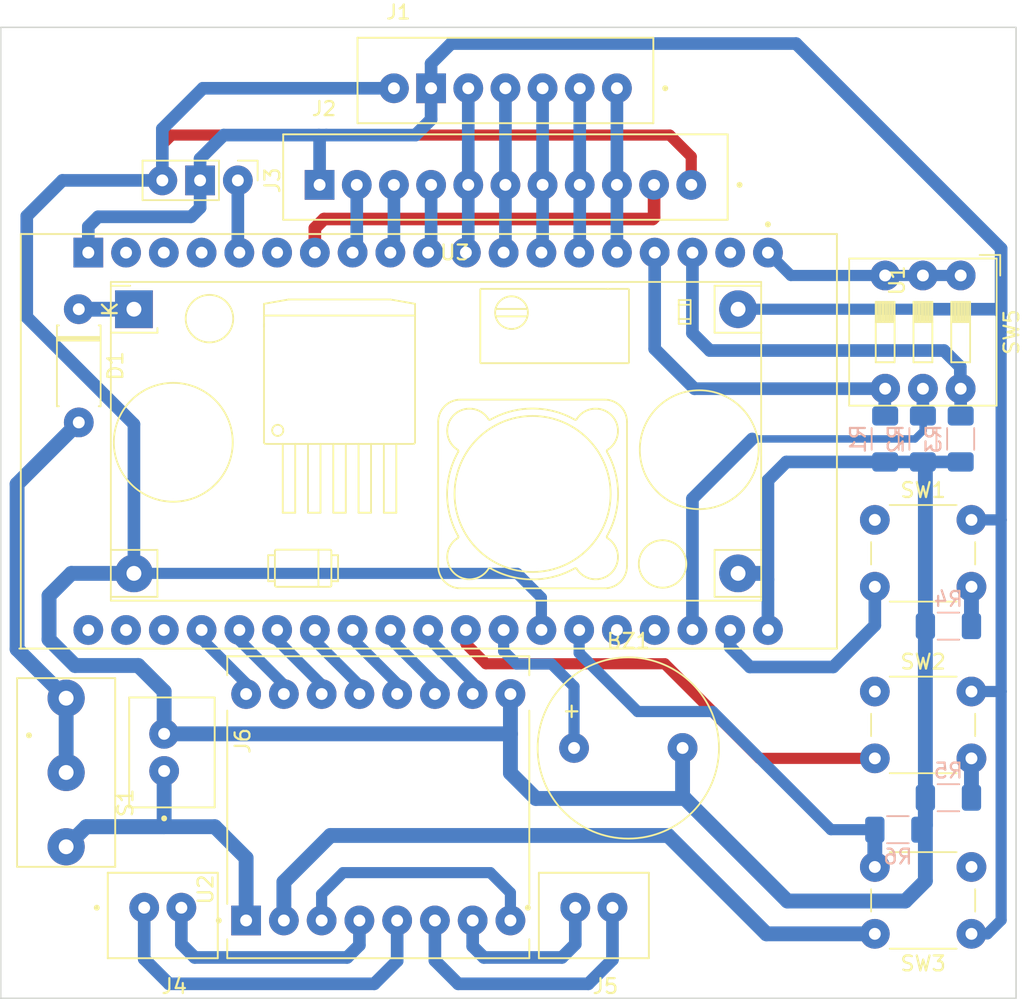
<source format=kicad_pcb>
(kicad_pcb (version 20240108) (generator "pcbnew") (generator_version "8.0")
  (layers (0 "F.Cu" signal) (31 "B.Cu" signal) (34 "B.Paste" user) (35 "F.Paste" user) (36 "B.SilkS" user "B.Silkscreen") (37 "F.SilkS" user "F.Silkscreen") (38 "B.Mask" user) (39 "F.Mask" user) (44 "Edge.Cuts" user))
  (net 0 "")
  (net 1 "Net-(U2-A02)")
  (net 2 "Net-(U2-A01)")
  (net 3 "Net-(U2-B02)")
  (net 4 "Net-(U2-B01)")
  (net 5 "GND")
  (net 6 "+5V")
  (net 7 "+3.3V")
  (net 9 "/1")
  (net 10 "/2")
  (net 11 "/3")
  (net 12 "/4")
  (net 13 "/5")
  (net 14 "/6")
  (net 15 "/7")
  (net 16 "/8")
  (net 17 "/IR")
  (net 18 "/Servo")
  (net 22 "/SW1")
  (net 23 "/SW2")
  (net 26 "/B")
  (net 27 "/B2")
  (net 28 "/B1")
  (net 29 "/STBY")
  (net 30 "/A1")
  (net 31 "/A2")
  (net 32 "/A")
  (net 36 "/SW3")
  (net 37 "/But1")
  (net 38 "/But2")
  (net 39 "/But3")
  (net 40 "Net-(D1-K)")
  (net 41 "VCC")
  (net 42 "/Buzz")
  (net 43 "Net-(D1-A)")
  (net 44 "/TTP223")
  (footprint "Connector_PinHeader_2.54mm:PinHeader_1x03_P2.54mm_Vertical" (layer "F.Cu") (at 125.7834 78.8667 -90)
    (property "Reference" "J3" (at 0 -2.33 90) (layer "F.SilkS"))
    (property "Value" "Conn_01x03_Pin" (hide yes))
    (pad "1" thru_hole circle (at 0 0 270) (size 2 2) (drill 0.8) (layers "*.Cu" "*.Mask") (net 18 "/Servo"))
    (pad "2" thru_hole rect (at 0 2.54 270) (size 2 2) (drill 0.8) (layers "*.Cu" "*.Mask") (net 6 "+5V"))
    (pad "3" thru_hole circle (at 0 5.08 270) (size 2 2) (drill 0.8) (layers "*.Cu" "*.Mask") (net 5 "GND"))
  )
  (footprint "Button_Switch_THT:SW_PUSH_6mm_H4.3mm" (layer "F.Cu") (at 168.6334 101.7167)
    (property "Reference" "SW1" (at 3.25 -2 0) (layer "F.SilkS"))
    (property "Value" "SW_Push")
    (pad "1" thru_hole circle (at 0 0) (size 2 2) (drill 0.8) (layers "*.Cu" "*.Mask") (net 6 "+5V"))
    (pad "1" thru_hole circle (at 6.5 0) (size 2 2) (drill 0.8) (layers "*.Cu" "*.Mask") (net 6 "+5V"))
    (pad "2" thru_hole circle (at 0 4.5) (size 2 2) (drill 0.8) (layers "*.Cu" "*.Mask") (net 37 "/But1"))
    (pad "2" thru_hole circle (at 6.5 4.5) (size 2 2) (drill 0.8) (layers "*.Cu" "*.Mask") (net 37 "/But1"))
  )
  (footprint "Footprints:YAAJ_DCDC_StepDown_LM2596" (layer "F.Cu") (at 118.7934 87.5367)
    (property "Reference" "U3" (at 21.59 -3.81 0) (layer "F.SilkS"))
    (property "Value" "Module_LM2596")
    (pad "1" thru_hole rect (at 0 0) (size 2.54 2.54) (drill 1) (layers "*.Cu" "*.Mask") (net 40 "Net-(D1-K)"))
    (pad "2" thru_hole circle (at 0 17.78) (size 2.54 2.54) (drill 1) (layers "*.Cu" "*.Mask") (net 5 "GND"))
    (pad "3" thru_hole circle (at 40.64 17.78) (size 2.54 2.54) (drill 1) (layers "*.Cu" "*.Mask") (net 5 "GND"))
    (pad "4" thru_hole circle (at 40.64 0) (size 2.54 2.54) (drill 1) (layers "*.Cu" "*.Mask") (net 6 "+5V"))
  )
  (footprint "Button_Switch_THT:SW_PUSH_6mm_H4.3mm" (layer "F.Cu") (at 175.1334 129.5767 180)
    (property "Reference" "SW3" (at 3.25 -2 0) (layer "F.SilkS"))
    (property "Value" "SW_Push")
    (pad "1" thru_hole circle (at 0 0 180) (size 2 2) (drill 0.8) (layers "*.Cu" "*.Mask") (net 6 "+5V"))
    (pad "1" thru_hole circle (at 6.5 0 180) (size 2 2) (drill 0.8) (layers "*.Cu" "*.Mask") (net 6 "+5V"))
    (pad "2" thru_hole circle (at 0 4.5 180) (size 2 2) (drill 0.8) (layers "*.Cu" "*.Mask") (net 39 "/But3"))
    (pad "2" thru_hole circle (at 6.5 4.5 180) (size 2 2) (drill 0.8) (layers "*.Cu" "*.Mask") (net 39 "/But3"))
  )
  (footprint "2xh:JST_B2B-XH-A_LF__SN_" (layer "F.Cu") (at 121.35 117.3667 -90)
    (property "Reference" "J6" (at -0.775 -4.76 90) (layer "F.SilkS"))
    (property "Value" "connector")
    (pad "1" thru_hole circle (at 1.25 0.525 270) (size 2 2) (drill 0.8) (layers "*.Cu" "*.Mask") (net 41 "VCC"))
    (pad "2" thru_hole circle (at -1.25 0.525 270) (size 2 2) (drill 0.8) (layers "*.Cu" "*.Mask") (net 5 "GND"))
  )
  (footprint "2xh:JST_B2B-XH-A_LF__SN_" (layer "F.Cu") (at 149.7334 128.3417 180)
    (property "Reference" "J5" (at -0.775 -4.76 0) (layer "F.SilkS"))
    (property "Value" "B2B-XH-A_LF__SN_" (hide yes))
    (pad "1" thru_hole circle (at 1.25 0.525 180) (size 2 2) (drill 0.8) (layers "*.Cu" "*.Mask") (net 4 "Net-(U2-B01)"))
    (pad "2" thru_hole circle (at -1.25 0.525 180) (size 2 2) (drill 0.8) (layers "*.Cu" "*.Mask") (net 3 "Net-(U2-B02)"))
  )
  (footprint "Button_Switch_THT:SW_PUSH_6mm_H4.3mm" (layer "F.Cu") (at 168.6334 113.2667)
    (property "Reference" "SW2" (at 3.25 -2 0) (layer "F.SilkS"))
    (property "Value" "SW_Push")
    (pad "1" thru_hole circle (at 0 0) (size 2 2) (drill 0.8) (layers "*.Cu" "*.Mask") (net 6 "+5V"))
    (pad "1" thru_hole circle (at 6.5 0) (size 2 2) (drill 0.8) (layers "*.Cu" "*.Mask") (net 6 "+5V"))
    (pad "2" thru_hole circle (at 0 4.5) (size 2 2) (drill 0.8) (layers "*.Cu" "*.Mask") (net 38 "/But2"))
    (pad "2" thru_hole circle (at 6.5 4.5) (size 2 2) (drill 0.8) (layers "*.Cu" "*.Mask") (net 38 "/But2"))
  )
  (footprint "7xh:JST_B7B-XH-A_LF__SN_" (layer "F.Cu") (at 143.7834 72.1417)
    (property "Reference" "J1" (at -7.2 -4.6 0) (layer "F.SilkS") (effects (font (size 0.944882 0.944882))))
    (property "Value" "~")
    (pad "1" thru_hole circle (at 7.5 0.525) (size 2 2) (drill 0.8) (layers "*.Cu" "*.Mask") (net 9 "/1"))
    (pad "2" thru_hole circle (at 5 0.525) (size 2 2) (drill 0.8) (layers "*.Cu" "*.Mask") (net 10 "/2"))
    (pad "3" thru_hole circle (at 2.5 0.525) (size 2 2) (drill 0.8) (layers "*.Cu" "*.Mask") (net 11 "/3"))
    (pad "4" thru_hole circle (at 0 0.525) (size 2 2) (drill 0.8) (layers "*.Cu" "*.Mask") (net 12 "/4"))
    (pad "5" thru_hole circle (at -2.5 0.525) (size 2 2) (drill 0.8) (layers "*.Cu" "*.Mask") (net 13 "/5"))
    (pad "6" thru_hole rect (at -5 0.525) (size 2 2) (drill 0.8) (layers "*.Cu" "*.Mask") (net 6 "+5V"))
    (pad "7" thru_hole circle (at -7.5 0.525) (size 2 2) (drill 0.8) (layers "*.Cu" "*.Mask") (net 5 "GND"))
  )
  (footprint "Diode_THT:D_DO-41_SOD81_P7.62mm_Horizontal" (layer "F.Cu") (at 115.0834 87.5367 -90)
    (property "Reference" "D1" (at 3.81 -2.47 90) (layer "F.SilkS"))
    (property "Value" "1N4007")
    (fp_text user "K" (at 0 -2.1 90) (layer "F.SilkS"))
    (pad "1" thru_hole circle (at 0 0 270) (size 2 2) (drill 0.8) (layers "*.Cu" "*.Mask") (net 40 "Net-(D1-K)"))
    (pad "2" thru_hole circle (at 7.62 0 270) (size 2 2) (drill 0.8) (layers "*.Cu" "*.Mask") (net 43 "Net-(D1-A)"))
  )
  (footprint "11xh:JST_B11B-XH-A_LF__SN_" (layer "F.Cu") (at 143.7834 78.6417)
    (property "Reference" "J2" (at -12.2 -4.6 0) (layer "F.SilkS") (effects (font (size 0.944882 0.944882))))
    (property "Value" "B11B-XH-A_LF__SN_")
    (pad "1" thru_hole circle (at 12.5 0.525) (size 2 2) (drill 0.8) (layers "*.Cu" "*.Mask") (net 5 "GND"))
    (pad "2" thru_hole circle (at 10 0.525) (size 2 2) (drill 0.8) (layers "*.Cu" "*.Mask") (net 17 "/IR"))
    (pad "3" thru_hole circle (at 7.5 0.525) (size 2 2) (drill 0.8) (layers "*.Cu" "*.Mask") (net 9 "/1"))
    (pad "4" thru_hole circle (at 5 0.525) (size 2 2) (drill 0.8) (layers "*.Cu" "*.Mask") (net 10 "/2"))
    (pad "5" thru_hole circle (at 2.5 0.525) (size 2 2) (drill 0.8) (layers "*.Cu" "*.Mask") (net 11 "/3"))
    (pad "6" thru_hole circle (at 0 0.525) (size 2 2) (drill 0.8) (layers "*.Cu" "*.Mask") (net 12 "/4"))
    (pad "7" thru_hole circle (at -2.5 0.525) (size 2 2) (drill 0.8) (layers "*.Cu" "*.Mask") (net 13 "/5"))
    (pad "8" thru_hole circle (at -5 0.525) (size 2 2) (drill 0.8) (layers "*.Cu" "*.Mask") (net 14 "/6"))
    (pad "9" thru_hole circle (at -7.5 0.525) (size 2 2) (drill 0.8) (layers "*.Cu" "*.Mask") (net 15 "/7"))
    (pad "10" thru_hole circle (at -10 0.525) (size 2 2) (drill 0.8) (layers "*.Cu" "*.Mask") (net 16 "/8"))
    (pad "11" thru_hole rect (at -12.5 0.525) (size 2 2) (drill 0.8) (layers "*.Cu" "*.Mask") (net 6 "+5V"))
  )
  (footprint "2xh:JST_B2B-XH-A_LF__SN_" (layer "F.Cu") (at 120.7334 128.3417 180)
    (property "Reference" "J4" (at -0.775 -4.76 0) (layer "F.SilkS"))
    (property "Value" "B2B-XH-A_LF__SN_" (hide yes))
    (pad "1" thru_hole circle (at 1.25 0.525 180) (size 2 2) (drill 0.8) (layers "*.Cu" "*.Mask") (net 1 "Net-(U2-A02)"))
    (pad "2" thru_hole circle (at -1.25 0.525 180) (size 2 2) (drill 0.8) (layers "*.Cu" "*.Mask") (net 2 "Net-(U2-A01)"))
  )
  (footprint "TB6612:MODULE_ROB-14450" (layer "F.Cu") (at 135.23 121.0567 90)
    (property "Reference" "U2" (at -5.5332 -11.6132 90) (layer "F.SilkS"))
    (property "Value" "TB6612" (hide yes))
    (pad "1" thru_hole rect (at -7.62 -8.89 90) (size 2 2) (drill 0.8) (layers "*.Cu" "*.Mask") (net 41 "VCC"))
    (pad "2" thru_hole circle (at -7.62 -6.35 90) (size 2 2) (drill 0.8) (layers "*.Cu" "*.Mask") (net 6 "+5V"))
    (pad "3" thru_hole circle (at -7.62 -3.81 90) (size 2 2) (drill 0.8) (layers "*.Cu" "*.Mask") (net 5 "GND"))
    (pad "4" thru_hole circle (at -7.62 -1.27 90) (size 2 2) (drill 0.8) (layers "*.Cu" "*.Mask") (net 2 "Net-(U2-A01)"))
    (pad "5" thru_hole circle (at -7.62 1.27 90) (size 2 2) (drill 0.8) (layers "*.Cu" "*.Mask") (net 1 "Net-(U2-A02)"))
    (pad "6" thru_hole circle (at -7.62 3.81 90) (size 2 2) (drill 0.8) (layers "*.Cu" "*.Mask") (net 3 "Net-(U2-B02)"))
    (pad "7" thru_hole circle (at -7.62 6.35 90) (size 2 2) (drill 0.8) (layers "*.Cu" "*.Mask") (net 4 "Net-(U2-B01)"))
    (pad "8" thru_hole circle (at -7.62 8.89 90) (size 2 2) (drill 0.8) (layers "*.Cu" "*.Mask") (net 5 "GND"))
    (pad "9" thru_hole circle (at 7.62 8.89 90) (size 2 2) (drill 0.8) (layers "*.Cu" "*.Mask") (net 5 "GND"))
    (pad "10" thru_hole circle (at 7.62 6.35 90) (size 2 2) (drill 0.8) (layers "*.Cu" "*.Mask") (net 26 "/B"))
    (pad "11" thru_hole circle (at 7.62 3.81 90) (size 2 2) (drill 0.8) (layers "*.Cu" "*.Mask") (net 27 "/B2"))
    (pad "12" thru_hole circle (at 7.62 1.27 90) (size 2 2) (drill 0.8) (layers "*.Cu" "*.Mask") (net 28 "/B1"))
    (pad "13" thru_hole circle (at 7.62 -1.27 90) (size 2 2) (drill 0.8) (layers "*.Cu" "*.Mask") (net 29 "/STBY"))
    (pad "14" thru_hole circle (at 7.62 -3.81 90) (size 2 2) (drill 0.8) (layers "*.Cu" "*.Mask") (net 30 "/A1"))
    (pad "15" thru_hole circle (at 7.62 -6.35 90) (size 2 2) (drill 0.8) (layers "*.Cu" "*.Mask") (net 31 "/A2"))
    (pad "16" thru_hole circle (at 7.62 -8.89 90) (size 2 2) (drill 0.8) (layers "*.Cu" "*.Mask") (net 32 "/A"))
  )
  (footprint "ESP32-DEVKITC-32D:MODULE_ESP32-DEVKITC-32D" (layer "F.Cu") (at 141.6834 96.4267 -90)
    (property "Reference" "U1" (at -10.829175 -28.446045 90) (layer "F.SilkS") (effects (font (size 1.000386 1.000386))))
    (property "Value" "ESP32-DEVKITC-32D" (hide yes))
    (pad "J2-1" thru_hole circle (at -12.7 -19.76 270) (size 2 2) (drill 0.8) (layers "*.Cu" "*.Mask") (net 7 "+3.3V"))
    (pad "J2-2" thru_hole circle (at -12.7 -17.22 270) (size 2 2) (drill 0.8) (layers "*.Cu" "*.Mask"))
    (pad "J2-3" thru_hole circle (at -12.7 -14.68 270) (size 2 2) (drill 0.8) (layers "*.Cu" "*.Mask") (net 36 "/SW3"))
    (pad "J2-4" thru_hole circle (at -12.7 -12.14 270) (size 2 2) (drill 0.8) (layers "*.Cu" "*.Mask") (net 22 "/SW1"))
    (pad "J2-5" thru_hole circle (at -12.7 -9.6 270) (size 2 2) (drill 0.8) (layers "*.Cu" "*.Mask") (net 9 "/1"))
    (pad "J2-6" thru_hole circle (at -12.7 -7.06 270) (size 2 2) (drill 0.8) (layers "*.Cu" "*.Mask") (net 10 "/2"))
    (pad "J2-7" thru_hole circle (at -12.7 -4.52 270) (size 2 2) (drill 0.8) (layers "*.Cu" "*.Mask") (net 11 "/3"))
    (pad "J2-8" thru_hole circle (at -12.7 -1.98 270) (size 2 2) (drill 0.8) (layers "*.Cu" "*.Mask") (net 12 "/4"))
    (pad "J2-9" thru_hole circle (at -12.7 0.56 270) (size 2 2) (drill 0.8) (layers "*.Cu" "*.Mask") (net 13 "/5"))
    (pad "J2-10" thru_hole circle (at -12.7 3.1 270) (size 2 2) (drill 0.8) (layers "*.Cu" "*.Mask") (net 14 "/6"))
    (pad "J2-11" thru_hole circle (at -12.7 5.64 270) (size 2 2) (drill 0.8) (layers "*.Cu" "*.Mask") (net 15 "/7"))
    (pad "J2-12" thru_hole circle (at -12.7 8.18 270) (size 2 2) (drill 0.8) (layers "*.Cu" "*.Mask") (net 16 "/8"))
    (pad "J2-13" thru_hole circle (at -12.7 10.72 270) (size 2 2) (drill 0.8) (layers "*.Cu" "*.Mask") (net 17 "/IR"))
    (pad "J2-14" thru_hole circle (at -12.7 13.26 270) (size 2 2) (drill 0.8) (layers "*.Cu" "*.Mask") (net 5 "GND"))
    (pad "J2-15" thru_hole circle (at -12.7 15.8 270) (size 2 2) (drill 0.8) (layers "*.Cu" "*.Mask") (net 44 "/TTP223"))
    (pad "J2-16" thru_hole circle (at -12.7 18.34 270) (size 2 2) (drill 0.8) (layers "*.Cu" "*.Mask"))
    (pad "J2-17" thru_hole circle (at -12.7 20.88 270) (size 2 2) (drill 0.8) (layers "*.Cu" "*.Mask"))
    (pad "J2-18" thru_hole circle (at -12.7 23.42 270) (size 2 2) (drill 0.8) (layers "*.Cu" "*.Mask"))
    (pad "J2-19" thru_hole rect (at -12.7 25.96 270) (size 2 2) (drill 0.8) (layers "*.Cu" "*.Mask") (net 6 "+5V"))
    (pad "J3-1" thru_hole circle (at 12.7 -19.76 270) (size 2 2) (drill 0.8) (layers "*.Cu" "*.Mask") (net 5 "GND"))
    (pad "J3-2" thru_hole circle (at 12.7 -17.22 270) (size 2 2) (drill 0.8) (layers "*.Cu" "*.Mask") (net 37 "/But1"))
    (pad "J3-3" thru_hole circle (at 12.7 -14.68 270) (size 2 2) (drill 0.8) (layers "*.Cu" "*.Mask") (net 23 "/SW2"))
    (pad "J3-4" thru_hole circle (at 12.7 -12.14 270) (size 2 2) (drill 0.8) (layers "*.Cu" "*.Mask"))
    (pad "J3-5" thru_hole circle (at 12.7 -9.6 270) (size 2 2) (drill 0.8) (layers "*.Cu" "*.Mask"))
    (pad "J3-6" thru_hole circle (at 12.7 -7.06 270) (size 2 2) (drill 0.8) (layers "*.Cu" "*.Mask") (net 39 "/But3"))
    (pad "J3-7" thru_hole circle (at 12.7 -4.52 270) (size 2 2) (drill 0.8) (layers "*.Cu" "*.Mask") (net 5 "GND"))
    (pad "J3-8" thru_hole circle (at 12.7 -1.98 270) (size 2 2) (drill 0.8) (layers "*.Cu" "*.Mask") (net 42 "/Buzz"))
    (pad "J3-9" thru_hole circle (at 12.7 0.56 270) (size 2 2) (drill 0.8) (layers "*.Cu" "*.Mask") (net 38 "/But2"))
    (pad "J3-10" thru_hole circle (at 12.7 3.1 270) (size 2 2) (drill 0.8) (layers "*.Cu" "*.Mask") (net 26 "/B"))
    (pad "J3-11" thru_hole circle (at 12.7 5.64 270) (size 2 2) (drill 0.8) (layers "*.Cu" "*.Mask") (net 27 "/B2"))
    (pad "J3-12" thru_hole circle (at 12.7 8.18 270) (size 2 2) (drill 0.8) (layers "*.Cu" "*.Mask") (net 28 "/B1"))
    (pad "J3-13" thru_hole circle (at 12.7 10.72 270) (size 2 2) (drill 0.8) (layers "*.Cu" "*.Mask") (net 29 "/STBY"))
    (pad "J3-14" thru_hole circle (at 12.7 13.26 270) (size 2 2) (drill 0.8) (layers "*.Cu" "*.Mask") (net 30 "/A1"))
    (pad "J3-15" thru_hole circle (at 12.7 15.8 270) (size 2 2) (drill 0.8) (layers "*.Cu" "*.Mask") (net 31 "/A2"))
    (pad "J3-16" thru_hole circle (at 12.7 18.34 270) (size 2 2) (drill 0.8) (layers "*.Cu" "*.Mask") (net 32 "/A"))
    (pad "J3-17" thru_hole circle (at 12.7 20.88 270) (size 2 2) (drill 0.8) (layers "*.Cu" "*.Mask"))
    (pad "J3-18" thru_hole circle (at 12.7 23.42 270) (size 2 2) (drill 0.8) (layers "*.Cu" "*.Mask"))
    (pad "J3-19" thru_hole circle (at 12.7 25.96 270) (size 2 2) (drill 0.8) (layers "*.Cu" "*.Mask"))
  )
  (footprint "Buzzer_Beeper:Buzzer_12x9.5RM7.6" (layer "F.Cu") (at 148.25 117.0667)
    (property "Reference" "BZ1" (at 3.8 -7.2 0) (layer "F.SilkS"))
    (property "Value" "Buzzer")
    (fp_text user "+" (at -0.01 -2.54 0) (layer "F.SilkS"))
    (pad "1" thru_hole circle (at 0.15 0) (size 2 2) (drill 0.8) (layers "*.Cu" "*.Mask") (net 42 "/Buzz"))
    (pad "2" thru_hole circle (at 7.45 0) (size 2 2) (drill 0.8) (layers "*.Cu" "*.Mask") (net 5 "GND"))
  )
  (footprint "eg1218:SW_EG1218" (layer "F.Cu") (at 114.2334 118.7167 -90)
    (property "Reference" "S1" (at 2.05 -4 90) (layer "F.SilkS"))
    (property "Value" "công tắc")
    (pad "1" thru_hole circle (at -5 0 270) (size 2.5 2.5) (drill 1) (layers "*.Cu" "*.Mask") (net 43 "Net-(D1-A)"))
    (pad "2" thru_hole circle (at 0 0 270) (size 2.5 2.5) (drill 1) (layers "*.Cu" "*.Mask") (net 43 "Net-(D1-A)"))
    (pad "3" thru_hole circle (at 5 0 270) (size 2.5 2.5) (drill 1) (layers "*.Cu" "*.Mask") (net 41 "VCC"))
  )
  (footprint "Button_Switch_THT:SW_DIP_SPSTx03_Slide_9.78x9.8mm_W7.62mm_P2.54mm" (layer "F.Cu") (at 174.4084 85.2667 -90)
    (property "Reference" "SW5" (at 3.81 -3.42 90) (layer "F.SilkS"))
    (property "Value" "SW_DIP_x03")
    (pad "1" thru_hole circle (at 0 0 270) (size 2 2) (drill 0.8) (layers "*.Cu" "*.Mask") (net 7 "+3.3V"))
    (pad "2" thru_hole circle (at 0 2.54 270) (size 2 2) (drill 0.8) (layers "*.Cu" "*.Mask") (net 7 "+3.3V"))
    (pad "3" thru_hole circle (at 0 5.08 270) (size 2 2) (drill 0.8) (layers "*.Cu" "*.Mask") (net 7 "+3.3V"))
    (pad "4" thru_hole circle (at 7.62 5.08 270) (size 2 2) (drill 0.8) (layers "*.Cu" "*.Mask") (net 22 "/SW1"))
    (pad "5" thru_hole circle (at 7.62 2.54 270) (size 2 2) (drill 0.8) (layers "*.Cu" "*.Mask") (net 23 "/SW2"))
    (pad "6" thru_hole circle (at 7.62 0 270) (size 2 2) (drill 0.8) (layers "*.Cu" "*.Mask") (net 36 "/SW3"))
  )
  (footprint "Resistor_SMD:R_1206_3216Metric_Pad1.30x1.75mm_HandSolder" (layer "B.Cu") (at 174.4084 96.2667 -90)
    (property "Reference" "R3" (at 0 1.82 90) (layer "B.SilkS") (effects (justify mirror)))
    (property "Value" "R")
    (pad "1" smd roundrect (at -1.55 0 270) (size 1.3 1.75) (layers "B.Cu" "B.Paste" "B.Mask") (roundrect_rratio 0.192308) (net 36 "/SW3"))
    (pad "2" smd roundrect (at 1.55 0 270) (size 1.3 1.75) (layers "B.Cu" "B.Paste" "B.Mask") (roundrect_rratio 0.192308) (net 5 "GND"))
  )
  (footprint "Resistor_SMD:R_1206_3216Metric_Pad1.30x1.75mm_HandSolder" (layer "B.Cu") (at 170.1834 122.5667)
    (property "Reference" "R6" (at 0 1.82 0) (layer "B.SilkS") (effects (justify mirror)))
    (property "Value" "R")
    (pad "1" smd roundrect (at -1.55 0) (size 1.3 1.75) (layers "B.Cu" "B.Paste" "B.Mask") (roundrect_rratio 0.192308) (net 39 "/But3"))
    (pad "2" smd roundrect (at 1.55 0) (size 1.3 1.75) (layers "B.Cu" "B.Paste" "B.Mask") (roundrect_rratio 0.192308) (net 5 "GND"))
  )
  (footprint "Resistor_SMD:R_1206_3216Metric_Pad1.30x1.75mm_HandSolder" (layer "B.Cu") (at 173.5834 120.4167 180)
    (property "Reference" "R5" (at 0 1.82 0) (layer "B.SilkS") (effects (justify mirror)))
    (property "Value" "R")
    (pad "1" smd roundrect (at -1.55 0 180) (size 1.3 1.75) (layers "B.Cu" "B.Paste" "B.Mask") (roundrect_rratio 0.192308) (net 38 "/But2"))
    (pad "2" smd roundrect (at 1.55 0 180) (size 1.3 1.75) (layers "B.Cu" "B.Paste" "B.Mask") (roundrect_rratio 0.192308) (net 5 "GND"))
  )
  (footprint "Resistor_SMD:R_1206_3216Metric_Pad1.30x1.75mm_HandSolder" (layer "B.Cu") (at 169.3284 96.2667 -90)
    (property "Reference" "R1" (at 0 1.82 90) (layer "B.SilkS") (effects (justify mirror)))
    (property "Value" "R")
    (pad "1" smd roundrect (at -1.55 0 270) (size 1.3 1.75) (layers "B.Cu" "B.Paste" "B.Mask") (roundrect_rratio 0.192308) (net 22 "/SW1"))
    (pad "2" smd roundrect (at 1.55 0 270) (size 1.3 1.75) (layers "B.Cu" "B.Paste" "B.Mask") (roundrect_rratio 0.192308) (net 5 "GND"))
  )
  (footprint "Resistor_SMD:R_1206_3216Metric_Pad1.30x1.75mm_HandSolder" (layer "B.Cu") (at 173.5834 108.8667 180)
    (property "Reference" "R4" (at 0 1.82 0) (layer "B.SilkS") (effects (justify mirror)))
    (property "Value" "R")
    (pad "1" smd roundrect (at -1.55 0 180) (size 1.3 1.75) (layers "B.Cu" "B.Paste" "B.Mask") (roundrect_rratio 0.192308) (net 37 "/But1"))
    (pad "2" smd roundrect (at 1.55 0 180) (size 1.3 1.75) (layers "B.Cu" "B.Paste" "B.Mask") (roundrect_rratio 0.192308) (net 5 "GND"))
  )
  (footprint "Resistor_SMD:R_1206_3216Metric_Pad1.30x1.75mm_HandSolder" (layer "B.Cu") (at 171.8684 96.2667 -90)
    (property "Reference" "R2" (at 0 1.82 90) (layer "B.SilkS") (effects (justify mirror)))
    (property "Value" "R")
    (pad "1" smd roundrect (at -1.55 0 270) (size 1.3 1.75) (layers "B.Cu" "B.Paste" "B.Mask") (roundrect_rratio 0.192308) (net 23 "/SW2"))
    (pad "2" smd roundrect (at 1.55 0 270) (size 1.3 1.75) (layers "B.Cu" "B.Paste" "B.Mask") (roundrect_rratio 0.192308) (net 5 "GND"))
  )
  (gr_rect (start 109.8334 68.5667) (end 178.1334 133.9167) (stroke (width 0.1)) (fill none) (layer "Edge.Cuts"))
  (segment (start 121.1584 132.9417) (end 119.4834 131.2667) (width 0.85) (layer "B.Cu") (net 1))
  (segment (start 119.4834 131.2667) (end 119.4834 127.8167) (width 0.85) (layer "B.Cu") (net 1))
  (segment (start 134.9584 132.9417) (end 121.1584 132.9417) (width 0.85) (layer "B.Cu") (net 1))
  (segment (start 136.5 131.4001) (end 134.9584 132.9417) (width 0.85) (layer "B.Cu") (net 1))
  (segment (start 136.5 128.6767) (end 136.5 131.4001) (width 0.85) (layer "B.Cu") (net 1))
  (segment (start 133.96 128.6767) (end 133.96 130.3401) (width 0.85) (layer "B.Cu") (net 2))
  (segment (start 133.96 130.3401) (end 133.1334 131.1667) (width 0.85) (layer "B.Cu") (net 2))
  (segment (start 133.1334 131.1667) (end 122.8834 131.1667) (width 0.85) (layer "B.Cu") (net 2))
  (segment (start 121.9834 130.2667) (end 121.9834 127.8167) (width 0.85) (layer "B.Cu") (net 2))
  (segment (start 122.8834 131.1667) (end 121.9834 130.2667) (width 0.85) (layer "B.Cu") (net 2))
  (segment (start 139.04 131.3733) (end 140.6084 132.9417) (width 0.85) (layer "B.Cu") (net 3))
  (segment (start 150.9834 131.3167) (end 150.9834 127.8167) (width 0.85) (layer "B.Cu") (net 3))
  (segment (start 149.3584 132.9417) (end 150.9834 131.3167) (width 0.85) (layer "B.Cu") (net 3))
  (segment (start 140.6084 132.9417) (end 149.3584 132.9417) (width 0.85) (layer "B.Cu") (net 3))
  (segment (start 139.04 128.6767) (end 139.04 131.3733) (width 0.85) (layer "B.Cu") (net 3))
  (segment (start 142.3334 131.1667) (end 147.5834 131.1667) (width 0.85) (layer "B.Cu") (net 4))
  (segment (start 141.58 128.6767) (end 141.58 130.4133) (width 0.85) (layer "B.Cu") (net 4))
  (segment (start 147.5834 131.1667) (end 148.4834 130.2667) (width 0.85) (layer "B.Cu") (net 4))
  (segment (start 141.58 130.4133) (end 142.3334 131.1667) (width 0.85) (layer "B.Cu") (net 4))
  (segment (start 148.4834 130.2667) (end 148.4834 127.8167) (width 0.85) (layer "B.Cu") (net 4))
  (segment (start 156.2834 77.2667) (end 154.8334 75.8167) (width 0.75) (layer "F.Cu") (net 5))
  (segment (start 154.8334 75.8167) (end 121.3334 75.8167) (width 0.75) (layer "F.Cu") (net 5))
  (segment (start 156.2834 79.1667) (end 156.2834 77.2667) (width 0.75) (layer "F.Cu") (net 5))
  (segment (start 120.7034 76.4467) (end 120.7034 78.8667) (width 0.75) (layer "F.Cu") (net 5))
  (segment (start 121.3334 75.8167) (end 120.7034 76.4467) (width 0.75) (layer "F.Cu") (net 5))
  (segment (start 162.6834 97.8167) (end 161.4434 99.0567) (width 0.85) (layer "B.Cu") (net 5))
  (segment (start 155.7 117.0667) (end 155.7 120.3167) (width 1) (layer "B.Cu") (net 5))
  (segment (start 120.7034 78.8667) (end 120.7034 75.3967) (width 0.85) (layer "B.Cu") (net 5))
  (segment (start 144.12 118.7533) (end 144.12 116.1167) (width 1) (layer "B.Cu") (net 5))
  (segment (start 144.12 126.8133) (end 144.12 128.6767) (width 0.75) (layer "B.Cu") (net 5))
  (segment (start 120.825 113.2583) (end 119.0834 111.5167) (width 1) (layer "B.Cu") (net 5))
  (segment (start 111.5834 81.2667) (end 111.5834 88.0667) (width 0.85) (layer "B.Cu") (net 5))
  (segment (start 144.12 116.1167) (end 144.12 113.4367) (width 1) (layer "B.Cu") (net 5))
  (segment (start 120.825 116.1167) (end 120.825 113.2583) (width 1) (layer "B.Cu") (net 5))
  (segment (start 159.4334 105.3167) (end 161.3034 105.3167) (width 1) (layer "B.Cu") (net 5))
  (segment (start 161.3034 105.3167) (end 161.3134 105.3067) (width 1) (layer "B.Cu") (net 5))
  (segment (start 169.3284 97.9667) (end 169.4784 97.8167) (width 0.85) (layer "B.Cu") (net 5))
  (segment (start 162.75 127.3667) (end 170.6834 127.3667) (width 1) (layer "B.Cu") (net 5))
  (segment (start 155.85 120.4667) (end 145.8334 120.4667) (width 1) (layer "B.Cu") (net 5))
  (segment (start 169.4784 97.8167) (end 174.4084 97.8167) (width 0.85) (layer "B.Cu") (net 5))
  (segment (start 155.7 120.3167) (end 155.85 120.4667) (width 1) (layer "B.Cu") (net 5))
  (segment (start 146.2034 106.9467) (end 144.5734 105.3167) (width 0.75) (layer "B.Cu") (net 5))
  (segment (start 119.0834 111.5167) (end 114.8334 111.5167) (width 1) (layer "B.Cu") (net 5))
  (segment (start 113.0834 109.7667) (end 113.0834 106.8167) (width 1) (layer "B.Cu") (net 5))
  (segment (start 170.6834 127.3667) (end 172.0334 126.0167) (width 1) (layer "B.Cu") (net 5))
  (segment (start 120.7034 78.8667) (end 113.9834 78.8667) (width 0.85) (layer "B.Cu") (net 5))
  (segment (start 114.5834 105.3167) (end 118.7934 105.3167) (width 1) (layer "B.Cu") (net 5))
  (segment (start 172.0334 108.8667) (end 172.0334 97.9817) (width 1) (layer "B.Cu") (net 5))
  (segment (start 111.5834 88.0667) (end 118.7934 95.2767) (width 0.85) (layer "B.Cu") (net 5))
  (segment (start 144.5734 105.3167) (end 118.7934 105.3167) (width 0.75) (layer "B.Cu") (net 5))
  (segment (start 142.7634 125.4567) (end 144.12 126.8133) (width 0.75) (layer "B.Cu") (net 5))
  (segment (start 172.0334 97.9817) (end 171.8684 97.8167) (width 1) (layer "B.Cu") (net 5))
  (segment (start 132.8634 125.4567) (end 142.7634 125.4567) (width 0.75) (layer "B.Cu") (net 5))
  (segment (start 172.0334 122.2667) (end 171.7334 122.5667) (width 1) (layer "B.Cu") (net 5))
  (segment (start 120.7034 75.3967) (end 123.4334 72.6667) (width 0.85) (layer "B.Cu") (net 5))
  (segment (start 161.4434 105.7267) (end 161.4434 109.1267) (width 0.85) (layer "B.Cu") (net 5))
  (segment (start 131.42 128.6767) (end 131.42 126.9001) (width 0.75) (layer "B.Cu") (net 5))
  (segment (start 114.8334 111.5167) (end 113.0834 109.7667) (width 1) (layer "B.Cu") (net 5))
  (segment (start 113.0834 106.8167) (end 114.5834 105.3167) (width 1) (layer "B.Cu") (net 5))
  (segment (start 120.825 116.1167) (end 144.12 116.1167) (width 1) (layer "B.Cu") (net 5))
  (segment (start 155.85 120.4667) (end 162.75 127.3667) (width 1) (layer "B.Cu") (net 5))
  (segment (start 123.4334 72.6667) (end 136.2834 72.6667) (width 0.85) (layer "B.Cu") (net 5))
  (segment (start 131.42 126.9001) (end 132.8634 125.4567) (width 0.75) (layer "B.Cu") (net 5))
  (segment (start 161.4434 99.0567) (end 161.4434 105.7267) (width 0.85) (layer "B.Cu") (net 5))
  (segment (start 169.3284 97.8167) (end 162.6834 97.8167) (width 0.85) (layer "B.Cu") (net 5))
  (segment (start 172.0334 126.0167) (end 172.0334 120.4167) (width 1) (layer "B.Cu") (net 5))
  (segment (start 146.2034 109.1267) (end 146.2034 106.9467) (width 0.75) (layer "B.Cu") (net 5))
  (segment (start 172.0334 108.8667) (end 172.0334 122.2667) (width 1) (layer "B.Cu") (net 5))
  (segment (start 113.9834 78.8667) (end 111.5834 81.2667) (width 0.85) (layer "B.Cu") (net 5))
  (segment (start 145.8334 120.4667) (end 144.12 118.7533) (width 1) (layer "B.Cu") (net 5))
  (segment (start 118.7934 95.2767) (end 118.7934 105.3167) (width 0.85) (layer "B.Cu") (net 5))
  (segment (start 123.2434 80.7067) (end 123.2434 78.8667) (width 0.85) (layer "B.Cu") (net 6))
  (segment (start 132.0134 122.9567) (end 154.7234 122.9567) (width 1) (layer "B.Cu") (net 6))
  (segment (start 138.7834 71.0033) (end 138.7834 72.6667) (width 0.85) (layer "B.Cu") (net 6))
  (segment (start 177.13 87.8367) (end 177.13 83.4567) (width 0.85) (layer "B.Cu") (net 6))
  (segment (start 131.2834 79.1667) (end 131.2834 75.8667) (width 0.85) (layer "B.Cu") (net 6))
  (segment (start 176.21 129.5767) (end 175.1334 129.5767) (width 0.75) (layer "B.Cu") (net 6))
  (segment (start 177.13 101.7167) (end 175.1334 101.7167) (width 0.75) (layer "B.Cu") (net 6))
  (segment (start 161.3434 129.5767) (end 168.6334 129.5767) (width 1) (layer "B.Cu") (net 6))
  (segment (start 123.2434 78.8667) (end 123.2434 77.4067) (width 0.85) (layer "B.Cu") (net 6))
  (segment (start 140.13 69.6567) (end 138.7834 71.0033) (width 0.85) (layer "B.Cu") (net 6))
  (segment (start 163.33 69.6567) (end 140.13 69.6567) (width 0.85) (layer "B.Cu") (net 6))
  (segment (start 124.8334 75.8167) (end 131.7334 75.8167) (width 0.85) (layer "B.Cu") (net 6))
  (segment (start 123.2434 77.4067) (end 124.8334 75.8167) (width 0.85) (layer "B.Cu") (net 6))
  (segment (start 138.7834 74.7667) (end 138.7834 72.6667) (width 0.85) (layer "B.Cu") (net 6))
  (segment (start 122.6334 81.3167) (end 123.2434 80.7067) (width 0.85) (layer "B.Cu") (net 6))
  (segment (start 128.88 126.0901) (end 132.0134 122.9567) (width 1) (layer "B.Cu") (net 6))
  (segment (start 154.7234 122.9567) (end 161.3434 129.5767) (width 1) (layer "B.Cu") (net 6))
  (segment (start 131.7334 75.8167) (end 137.7334 75.8167) (width 0.85) (layer "B.Cu") (net 6))
  (segment (start 115.7234 83.7267) (end 115.7234 81.9767) (width 0.85) (layer "B.Cu") (net 6))
  (segment (start 177.13 113.2667) (end 175.1334 113.2667) (width 0.75) (layer "B.Cu") (net 6))
  (segment (start 177.13 87.8367) (end 177.13 101.7167) (width 0.75) (layer "B.Cu") (net 6))
  (segment (start 177.13 83.4567) (end 163.33 69.6567) (width 0.85) (layer "B.Cu") (net 6))
  (segment (start 115.7234 81.9767) (end 116.3834 81.3167) (width 0.85) (layer "B.Cu") (net 6))
  (segment (start 116.3834 81.3167) (end 122.6334 81.3167) (width 0.85) (layer "B.Cu") (net 6))
  (segment (start 177.13 128.6567) (end 176.21 129.5767) (width 0.75) (layer "B.Cu") (net 6))
  (segment (start 159.4334 87.5367) (end 171.917614 87.5367) (width 0.75) (layer "B.Cu") (net 6))
  (segment (start 128.88 128.6767) (end 128.88 126.0901) (width 1) (layer "B.Cu") (net 6))
  (segment (start 177.13 101.7167) (end 177.13 113.2667) (width 0.75) (layer "B.Cu") (net 6))
  (segment (start 177.13 113.2667) (end 177.13 128.6567) (width 0.75) (layer "B.Cu") (net 6))
  (segment (start 131.2834 75.8667) (end 131.2334 75.8167) (width 0.85) (layer "B.Cu") (net 6))
  (segment (start 176.83 87.5367) (end 171.917614 87.5367) (width 0.85) (layer "B.Cu") (net 6))
  (segment (start 137.7334 75.8167) (end 138.7834 74.7667) (width 0.85) (layer "B.Cu") (net 6))
  (segment (start 162.9834 85.2667) (end 161.4434 83.7267) (width 0.75) (layer "B.Cu") (net 7))
  (segment (start 169.3284 85.2667) (end 174.4084 85.2667) (width 0.75) (layer "B.Cu") (net 7))
  (segment (start 169.3284 85.2667) (end 162.9834 85.2667) (width 0.75) (layer "B.Cu") (net 7))
  (segment (start 151.2834 72.6667) (end 151.2834 79.1667) (width 0.85) (layer "B.Cu") (net 9))
  (segment (start 151.2834 79.1667) (end 151.2834 83.7267) (width 0.85) (layer "B.Cu") (net 9))
  (segment (start 148.7834 72.6667) (end 148.7834 79.1667) (width 0.85) (layer "B.Cu") (net 10))
  (segment (start 148.7834 79.1667) (end 148.7834 83.6867) (width 0.85) (layer "B.Cu") (net 10))
  (segment (start 148.7834 83.6867) (end 148.7434 83.7267) (width 0.85) (layer "B.Cu") (net 10))
  (segment (start 146.2834 72.6667) (end 146.2834 79.1667) (width 0.85) (layer "B.Cu") (net 11))
  (segment (start 146.2834 79.1667) (end 146.2834 83.6467) (width 0.85) (layer "B.Cu") (net 11))
  (segment (start 146.2834 83.6467) (end 146.2034 83.7267) (width 0.85) (layer "B.Cu") (net 11))
  (segment (start 143.7834 79.1667) (end 143.7834 83.6067) (width 0.85) (layer "B.Cu") (net 12))
  (segment (start 143.7834 83.6067) (end 143.6634 83.7267) (width 0.85) (layer "B.Cu") (net 12))
  (segment (start 143.7834 72.6667) (end 143.7834 79.1667) (width 0.85) (layer "B.Cu") (net 12))
  (segment (start 141.2834 79.1667) (end 141.2834 83.5667) (width 0.85) (layer "B.Cu") (net 13))
  (segment (start 141.2834 83.5667) (end 141.1234 83.7267) (width 0.85) (layer "B.Cu") (net 13))
  (segment (start 141.2834 72.6667) (end 141.2834 79.1667) (width 0.85) (layer "B.Cu") (net 13))
  (segment (start 138.7834 79.1667) (end 138.7834 83.5267) (width 0.85) (layer "B.Cu") (net 14))
  (segment (start 138.7834 83.5267) (end 138.5834 83.7267) (width 0.85) (layer "B.Cu") (net 14))
  (segment (start 136.2834 79.1667) (end 136.2834 83.4867) (width 0.85) (layer "B.Cu") (net 15))
  (segment (start 136.2834 83.4867) (end 136.0434 83.7267) (width 0.85) (layer "B.Cu") (net 15))
  (segment (start 133.7834 79.1667) (end 133.7834 83.4467) (width 0.85) (layer "B.Cu") (net 16))
  (segment (start 133.7834 83.4467) (end 133.5034 83.7267) (width 0.85) (layer "B.Cu") (net 16))
  (segment (start 153.6834 81.4667) (end 131.5834 81.4667) (width 0.85) (layer "F.Cu") (net 17))
  (segment (start 153.7834 81.3667) (end 153.6834 81.4667) (width 0.85) (layer "F.Cu") (net 17))
  (segment (start 130.9634 82.0867) (end 130.9634 83.7267) (width 0.85) (layer "F.Cu") (net 17))
  (segment (start 153.7834 79.1667) (end 153.7834 81.3667) (width 0.85) (layer "F.Cu") (net 17))
  (segment (start 131.5834 81.4667) (end 130.9634 82.0867) (width 0.85) (layer "F.Cu") (net 17))
  (segment (start 125.7834 78.8667) (end 125.7834 83.6267) (width 0.85) (layer "B.Cu") (net 18))
  (segment (start 125.7834 83.6267) (end 125.8834 83.7267) (width 0.85) (layer "B.Cu") (net 18))
  (segment (start 169.3034 94.6917) (end 169.3034 92.8867) (width 0.85) (layer "B.Cu") (net 22))
  (segment (start 169.3034 92.8867) (end 156.5034 92.8867) (width 0.85) (layer "B.Cu") (net 22))
  (segment (start 153.8234 90.2067) (end 153.8234 83.7267) (width 0.85) (layer "B.Cu") (net 22))
  (segment (start 169.3284 94.7167) (end 169.3034 94.6917) (width 0.85) (layer "B.Cu") (net 22))
  (segment (start 156.5034 92.8867) (end 153.8234 90.2067) (width 0.85) (layer "B.Cu") (net 22))
  (segment (start 171.8834 95.7167) (end 171.8834 94.7317) (width 0.5) (layer "B.Cu") (net 23))
  (segment (start 160.3834 96.2667) (end 171.3334 96.2667) (width 0.5) (layer "B.Cu") (net 23))
  (segment (start 171.3334 96.2667) (end 171.8834 95.7167) (width 0.5) (layer "B.Cu") (net 23))
  (segment (start 171.8684 92.9117) (end 171.8684 94.7167) (width 0.85) (layer "B.Cu") (net 23))
  (segment (start 171.8434 92.8867) (end 171.8684 92.9117) (width 0.85) (layer "B.Cu") (net 23))
  (segment (start 156.3634 109.1267) (end 156.3634 100.2867) (width 0.85) (layer "B.Cu") (net 23))
  (segment (start 171.8834 94.7317) (end 171.8684 94.7167) (width 0.5) (layer "B.Cu") (net 23))
  (segment (start 156.3634 100.2867) (end 160.3834 96.2667) (width 0.85) (layer "B.Cu") (net 23))
  (segment (start 138.5834 109.1267) (end 138.5834 109.6667) (width 0.75) (layer "B.Cu") (net 26))
  (segment (start 138.5834 109.6667) (end 141.58 112.6633) (width 0.75) (layer "B.Cu") (net 26))
  (segment (start 141.58 112.6633) (end 141.58 113.4367) (width 0.75) (layer "B.Cu") (net 26))
  (segment (start 136.0434 109.7267) (end 139.04 112.7233) (width 0.75) (layer "B.Cu") (net 27))
  (segment (start 136.0434 109.1267) (end 136.0434 109.7267) (width 0.75) (layer "B.Cu") (net 27))
  (segment (start 139.04 112.7233) (end 139.04 113.4367) (width 0.75) (layer "B.Cu") (net 27))
  (segment (start 136.5 112.7333) (end 136.5 113.4367) (width 0.75) (layer "B.Cu") (net 28))
  (segment (start 133.5034 109.7367) (end 136.5 112.7333) (width 0.75) (layer "B.Cu") (net 28))
  (segment (start 133.5034 109.1267) (end 133.5034 109.7367) (width 0.75) (layer "B.Cu") (net 28))
  (segment (start 130.9634 109.1267) (end 130.9634 109.8467) (width 0.75) (layer "B.Cu") (net 29))
  (segment (start 130.9634 109.8467) (end 133.96 112.8433) (width 0.75) (layer "B.Cu") (net 29))
  (segment (start 133.96 112.8433) (end 133.96 113.4367) (width 0.75) (layer "B.Cu") (net 29))
  (segment (start 128.4234 109.8067) (end 131.42 112.8033) (width 0.75) (layer "B.Cu") (net 30))
  (segment (start 128.4234 109.1267) (end 128.4234 109.8067) (width 0.75) (layer "B.Cu") (net 30))
  (segment (start 131.42 112.8033) (end 131.42 113.4367) (width 0.75) (layer "B.Cu") (net 30))
  (segment (start 128.88 112.8133) (end 128.88 113.4367) (width 0.75) (layer "B.Cu") (net 31))
  (segment (start 125.8834 109.8167) (end 128.88 112.8133) (width 0.75) (layer "B.Cu") (net 31))
  (segment (start 125.8834 109.1267) (end 125.8834 109.8167) (width 0.75) (layer "B.Cu") (net 31))
  (segment (start 123.3434 109.7267) (end 126.34 112.7233) (width 0.75) (layer "B.Cu") (net 32))
  (segment (start 126.34 112.7233) (end 126.34 113.4367) (width 0.75) (layer "B.Cu") (net 32))
  (segment (start 123.3434 109.1267) (end 123.3434 109.7267) (width 0.75) (layer "B.Cu") (net 32))
  (segment (start 174.4084 94.7167) (end 174.4084 92.9117) (width 0.85) (layer "B.Cu") (net 36))
  (segment (start 157.5334 90.3167) (end 156.3634 89.1467) (width 0.85) (layer "B.Cu") (net 36))
  (segment (start 156.3634 89.1467) (end 156.3634 83.7267) (width 0.85) (layer "B.Cu") (net 36))
  (segment (start 173.2834 90.3167) (end 157.5334 90.3167) (width 0.85) (layer "B.Cu") (net 36))
  (segment (start 174.4084 92.9117) (end 174.3834 92.8867) (width 0.85) (layer "B.Cu") (net 36))
  (segment (start 174.3834 91.4167) (end 173.2834 90.3167) (width 0.85) (layer "B.Cu") (net 36))
  (segment (start 174.3834 92.8867) (end 174.3834 91.4167) (width 0.85) (layer "B.Cu") (net 36))
  (segment (start 175.1334 108.8667) (end 175.1334 106.2167) (width 1) (layer "B.Cu") (net 37))
  (segment (start 160.2334 111.6167) (end 158.9034 110.2867) (width 0.85) (layer "B.Cu") (net 37))
  (segment (start 168.6334 108.8167) (end 165.8334 111.6167) (width 0.85) (layer "B.Cu") (net 37))
  (segment (start 158.9034 110.2867) (end 158.9034 109.1267) (width 0.85) (layer "B.Cu") (net 37))
  (segment (start 168.6334 106.2167) (end 168.6334 108.8167) (width 0.85) (layer "B.Cu") (net 37))
  (segment (start 165.8334 111.6167) (end 160.2334 111.6167) (width 0.85) (layer "B.Cu") (net 37))
  (segment (start 154.5 111.4) (end 142.4733 111.4) (width 0.75) (layer "F.Cu") (net 38))
  (segment (start 168.6334 117.7667) (end 160.8667 117.7667) (width 0.75) (layer "F.Cu") (net 38))
  (segment (start 142.4733 111.4) (end 141.1234 110.0501) (width 0.75) (layer "F.Cu") (net 38))
  (segment (start 160.8667 117.7667) (end 154.5 111.4) (width 0.75) (layer "F.Cu") (net 38))
  (segment (start 141.1234 110.0501) (end 141.1234 109.1267) (width 0.75) (layer "F.Cu") (net 38))
  (segment (start 175.1334 120.4167) (end 175.1334 117.7667) (width 1) (layer "B.Cu") (net 38))
  (segment (start 148.7434 110.6767) (end 152.6834 114.6167) (width 0.75) (layer "B.Cu") (net 39))
  (segment (start 148.7434 109.1267) (end 148.7434 110.6767) (width 0.75) (layer "B.Cu") (net 39))
  (segment (start 152.6834 114.6167) (end 157.7334 114.6167) (width 0.75) (layer "B.Cu") (net 39))
  (segment (start 165.6834 122.5667) (end 168.6334 122.5667) (width 0.75) (layer "B.Cu") (net 39))
  (segment (start 157.7334 114.6167) (end 165.6834 122.5667) (width 0.75) (layer "B.Cu") (net 39))
  (segment (start 168.6334 125.0767) (end 168.6334 122.5667) (width 1) (layer "B.Cu") (net 39))
  (segment (start 115.0834 87.5367) (end 118.7934 87.5367) (width 1) (layer "B.Cu") (net 40))
  (segment (start 126.34 124.4733) (end 126.34 128.6767) (width 1) (layer "B.Cu") (net 41))
  (segment (start 120.825 122.3667) (end 120.825 118.6167) (width 1) (layer "B.Cu") (net 41))
  (segment (start 115.5834 122.3667) (end 120.825 122.3667) (width 1) (layer "B.Cu") (net 41))
  (segment (start 124.2334 122.3667) (end 126.34 124.4733) (width 1) (layer "B.Cu") (net 41))
  (segment (start 114.2334 123.7167) (end 115.5834 122.3667) (width 1) (layer "B.Cu") (net 41))
  (segment (start 115.5834 122.3667) (end 124.2334 122.3667) (width 1) (layer "B.Cu") (net 41))
  (segment (start 143.6634 110.5467) (end 143.6634 109.1267) (width 0.75) (layer "B.Cu") (net 42))
  (segment (start 144.5334 111.4167) (end 143.6634 110.5467) (width 0.75) (layer "B.Cu") (net 42))
  (segment (start 146.8834 111.4167) (end 144.5334 111.4167) (width 0.75) (layer "B.Cu") (net 42))
  (segment (start 148.4 112.9333) (end 146.8834 111.4167) (width 0.75) (layer "B.Cu") (net 42))
  (segment (start 148.4 117.0667) (end 148.4 112.9333) (width 0.75) (layer "B.Cu") (net 42))
  (segment (start 110.9334 99.3067) (end 110.9334 110.4167) (width 1) (layer "B.Cu") (net 43))
  (segment (start 115.0834 95.1567) (end 110.9334 99.3067) (width 1) (layer "B.Cu") (net 43))
  (segment (start 114.2334 118.7167) (end 114.2334 113.7167) (width 1) (layer "B.Cu") (net 43))
  (segment (start 110.9334 110.4167) (end 114.2334 113.7167) (width 1) (layer "B.Cu") (net 43))
)
</source>
